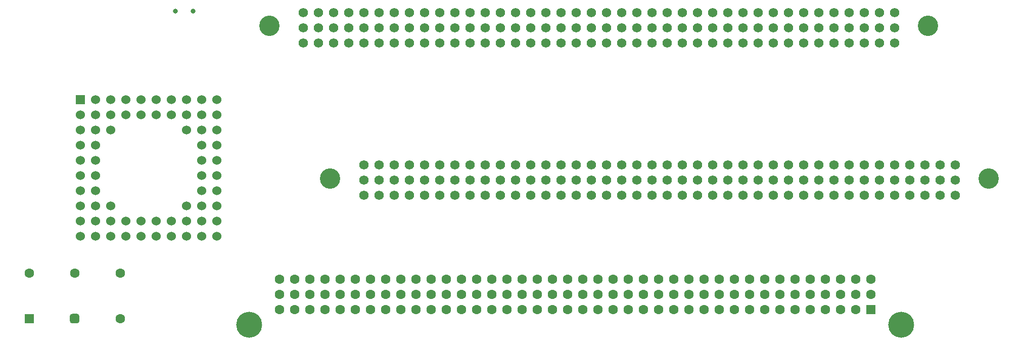
<source format=gbr>
%TF.GenerationSoftware,KiCad,Pcbnew,5.1.9+dfsg1-1~bpo10+1*%
%TF.CreationDate,2024-04-11T15:53:54+02:00*%
%TF.ProjectId,IIsiPDSAdapter,49497369-5044-4534-9164-61707465722e,rev?*%
%TF.SameCoordinates,Original*%
%TF.FileFunction,Soldermask,Bot*%
%TF.FilePolarity,Negative*%
%FSLAX46Y46*%
G04 Gerber Fmt 4.6, Leading zero omitted, Abs format (unit mm)*
G04 Created by KiCad (PCBNEW 5.1.9+dfsg1-1~bpo10+1) date 2024-04-11 15:53:54*
%MOMM*%
%LPD*%
G01*
G04 APERTURE LIST*
%ADD10C,0.800000*%
%ADD11C,3.403600*%
%ADD12C,1.574800*%
%ADD13C,1.600000*%
%ADD14R,1.600000X1.600000*%
%ADD15C,1.524000*%
%ADD16R,1.524000X1.524000*%
%ADD17C,4.335000*%
%ADD18C,1.605000*%
%ADD19R,1.605000X1.605000*%
G04 APERTURE END LIST*
D10*
%TO.C,S1*%
X83500000Y-100000000D03*
X86500000Y-100000000D03*
%TD*%
D11*
%TO.C,J4*%
X219746100Y-128035200D03*
X109433900Y-128035200D03*
D12*
X115060000Y-130880000D03*
X117600000Y-130880000D03*
X120140000Y-130880000D03*
X122680000Y-130880000D03*
X125220000Y-130880000D03*
X127760000Y-130880000D03*
X130300000Y-130880000D03*
X132840000Y-130880000D03*
X135380000Y-130880000D03*
X137920000Y-130880000D03*
X140460000Y-130880000D03*
X143000000Y-130880000D03*
X145540000Y-130880000D03*
X148080000Y-130880000D03*
X150620000Y-130880000D03*
X153160000Y-130880000D03*
X155700000Y-130880000D03*
X158240000Y-130880000D03*
X160780000Y-130880000D03*
X163320000Y-130880000D03*
X165860000Y-130880000D03*
X168400000Y-130880000D03*
X170940000Y-130880000D03*
X173480000Y-130880000D03*
X176020000Y-130880000D03*
X178560000Y-130880000D03*
X181100000Y-130880000D03*
X183640000Y-130880000D03*
X186180000Y-130880000D03*
X188720000Y-130880000D03*
X191260000Y-130880000D03*
X193800000Y-130880000D03*
X196340000Y-130880000D03*
X198880000Y-130880000D03*
X201420000Y-130880000D03*
X203960000Y-130880000D03*
X206500000Y-130880000D03*
X209040000Y-130880000D03*
X211580000Y-130880000D03*
X214120000Y-130880000D03*
X115060000Y-128340000D03*
X117600000Y-128340000D03*
X120140000Y-128340000D03*
X122680000Y-128340000D03*
X125220000Y-128340000D03*
X127760000Y-128340000D03*
X130300000Y-128340000D03*
X132840000Y-128340000D03*
X135380000Y-128340000D03*
X137920000Y-128340000D03*
X140460000Y-128340000D03*
X143000000Y-128340000D03*
X145540000Y-128340000D03*
X148080000Y-128340000D03*
X150620000Y-128340000D03*
X153160000Y-128340000D03*
X155700000Y-128340000D03*
X158240000Y-128340000D03*
X160780000Y-128340000D03*
X163320000Y-128340000D03*
X165860000Y-128340000D03*
X168400000Y-128340000D03*
X170940000Y-128340000D03*
X173480000Y-128340000D03*
X176020000Y-128340000D03*
X178560000Y-128340000D03*
X181100000Y-128340000D03*
X183640000Y-128340000D03*
X186180000Y-128340000D03*
X188720000Y-128340000D03*
X191260000Y-128340000D03*
X193800000Y-128340000D03*
X196340000Y-128340000D03*
X198880000Y-128340000D03*
X201420000Y-128340000D03*
X203960000Y-128340000D03*
X206500000Y-128340000D03*
X209040000Y-128340000D03*
X211580000Y-128340000D03*
X214120000Y-128340000D03*
X115060000Y-125800000D03*
X117600000Y-125800000D03*
X120140000Y-125800000D03*
X122680000Y-125800000D03*
X125220000Y-125800000D03*
X127760000Y-125800000D03*
X130300000Y-125800000D03*
X132840000Y-125800000D03*
X135380000Y-125800000D03*
X137920000Y-125800000D03*
X140460000Y-125800000D03*
X143000000Y-125800000D03*
X145540000Y-125800000D03*
X148080000Y-125800000D03*
X150620000Y-125800000D03*
X153160000Y-125800000D03*
X155700000Y-125800000D03*
X158240000Y-125800000D03*
X160780000Y-125800000D03*
X163320000Y-125800000D03*
X165860000Y-125800000D03*
X168400000Y-125800000D03*
X170940000Y-125800000D03*
X173480000Y-125800000D03*
X176020000Y-125800000D03*
X178560000Y-125800000D03*
X181100000Y-125800000D03*
X183640000Y-125800000D03*
X186180000Y-125800000D03*
X188720000Y-125800000D03*
X191260000Y-125800000D03*
X193800000Y-125800000D03*
X196340000Y-125800000D03*
X198880000Y-125800000D03*
X201420000Y-125800000D03*
X203960000Y-125800000D03*
X206500000Y-125800000D03*
X209040000Y-125800000D03*
X211580000Y-125800000D03*
X214120000Y-125800000D03*
%TD*%
%TO.C,X1*%
G36*
G01*
X65820000Y-151900000D02*
X65820000Y-151100000D01*
G75*
G02*
X66220000Y-150700000I400000J0D01*
G01*
X67020000Y-150700000D01*
G75*
G02*
X67420000Y-151100000I0J-400000D01*
G01*
X67420000Y-151900000D01*
G75*
G02*
X67020000Y-152300000I-400000J0D01*
G01*
X66220000Y-152300000D01*
G75*
G02*
X65820000Y-151900000I0J400000D01*
G01*
G37*
D13*
X66620000Y-143880000D03*
X74240000Y-151500000D03*
X74240000Y-143880000D03*
X59000000Y-143880000D03*
D14*
X59000000Y-151500000D03*
%TD*%
D15*
%TO.C,J2*%
X90430000Y-114820000D03*
X87890000Y-114820000D03*
X85350000Y-114820000D03*
X82810000Y-114820000D03*
X80270000Y-114820000D03*
X77730000Y-114820000D03*
X75190000Y-114820000D03*
X72650000Y-114820000D03*
X70110000Y-114820000D03*
D16*
X67570000Y-114820000D03*
D15*
X90430000Y-117360000D03*
X87890000Y-117360000D03*
X85350000Y-117360000D03*
X82810000Y-117360000D03*
X80270000Y-117360000D03*
X77730000Y-117360000D03*
X75190000Y-117360000D03*
X72650000Y-117360000D03*
X70110000Y-117360000D03*
X67570000Y-117360000D03*
X90430000Y-119900000D03*
X87890000Y-119900000D03*
X85350000Y-119900000D03*
X72650000Y-119900000D03*
X70110000Y-119900000D03*
X67570000Y-119900000D03*
X90430000Y-122440000D03*
X87890000Y-122440000D03*
X70110000Y-122440000D03*
X67570000Y-122440000D03*
X90430000Y-124980000D03*
X87890000Y-124980000D03*
X70110000Y-124980000D03*
X67570000Y-124980000D03*
X90430000Y-127520000D03*
X87890000Y-127520000D03*
X70110000Y-127520000D03*
X67570000Y-127520000D03*
X90430000Y-130060000D03*
X87890000Y-130060000D03*
X70110000Y-130060000D03*
X67570000Y-130060000D03*
X90430000Y-132600000D03*
X87890000Y-132600000D03*
X85350000Y-132600000D03*
X72650000Y-132600000D03*
X70110000Y-132600000D03*
X67570000Y-132600000D03*
X90430000Y-135140000D03*
X87890000Y-135140000D03*
X85350000Y-135140000D03*
X82810000Y-135140000D03*
X80270000Y-135140000D03*
X77730000Y-135140000D03*
X75190000Y-135140000D03*
X72650000Y-135140000D03*
X70110000Y-135140000D03*
X67570000Y-135140000D03*
X90430000Y-137680000D03*
X87890000Y-137680000D03*
X85350000Y-137680000D03*
X82810000Y-137680000D03*
X80270000Y-137680000D03*
X77730000Y-137680000D03*
X75190000Y-137680000D03*
X72650000Y-137680000D03*
X70110000Y-137680000D03*
X67570000Y-137680000D03*
%TD*%
D17*
%TO.C,J1*%
X95860000Y-152540000D03*
X205080000Y-152540000D03*
D18*
X100940000Y-144920000D03*
X103480000Y-144920000D03*
X106020000Y-144920000D03*
X108560000Y-144920000D03*
X111100000Y-144920000D03*
X113640000Y-144920000D03*
X116180000Y-144920000D03*
X118720000Y-144920000D03*
X121260000Y-144920000D03*
X123800000Y-144920000D03*
X126340000Y-144920000D03*
X128880000Y-144920000D03*
X131420000Y-144920000D03*
X133960000Y-144920000D03*
X136500000Y-144920000D03*
X139040000Y-144920000D03*
X141580000Y-144920000D03*
X144120000Y-144920000D03*
X146660000Y-144920000D03*
X149200000Y-144920000D03*
X151740000Y-144920000D03*
X154280000Y-144920000D03*
X156820000Y-144920000D03*
X159360000Y-144920000D03*
X161900000Y-144920000D03*
X164440000Y-144920000D03*
X166980000Y-144920000D03*
X169520000Y-144920000D03*
X172060000Y-144920000D03*
X174600000Y-144920000D03*
X177140000Y-144920000D03*
X179680000Y-144920000D03*
X182220000Y-144920000D03*
X184760000Y-144920000D03*
X187300000Y-144920000D03*
X189840000Y-144920000D03*
X192380000Y-144920000D03*
X194920000Y-144920000D03*
X197460000Y-144920000D03*
X200000000Y-144920000D03*
X100940000Y-147460000D03*
X103480000Y-147460000D03*
X106020000Y-147460000D03*
X108560000Y-147460000D03*
X111100000Y-147460000D03*
X113640000Y-147460000D03*
X116180000Y-147460000D03*
X118720000Y-147460000D03*
X121260000Y-147460000D03*
X123800000Y-147460000D03*
X126340000Y-147460000D03*
X128880000Y-147460000D03*
X131420000Y-147460000D03*
X133960000Y-147460000D03*
X136500000Y-147460000D03*
X139040000Y-147460000D03*
X141580000Y-147460000D03*
X144120000Y-147460000D03*
X146660000Y-147460000D03*
X149200000Y-147460000D03*
X151740000Y-147460000D03*
X154280000Y-147460000D03*
X156820000Y-147460000D03*
X159360000Y-147460000D03*
X161900000Y-147460000D03*
X164440000Y-147460000D03*
X166980000Y-147460000D03*
X169520000Y-147460000D03*
X172060000Y-147460000D03*
X174600000Y-147460000D03*
X177140000Y-147460000D03*
X179680000Y-147460000D03*
X182220000Y-147460000D03*
X184760000Y-147460000D03*
X187300000Y-147460000D03*
X189840000Y-147460000D03*
X192380000Y-147460000D03*
X194920000Y-147460000D03*
X197460000Y-147460000D03*
X200000000Y-147460000D03*
X100940000Y-150000000D03*
X103480000Y-150000000D03*
X106020000Y-150000000D03*
X108560000Y-150000000D03*
X111100000Y-150000000D03*
X113640000Y-150000000D03*
X116180000Y-150000000D03*
X118720000Y-150000000D03*
X121260000Y-150000000D03*
X123800000Y-150000000D03*
X126340000Y-150000000D03*
X128880000Y-150000000D03*
X131420000Y-150000000D03*
X133960000Y-150000000D03*
X136500000Y-150000000D03*
X139040000Y-150000000D03*
X141580000Y-150000000D03*
X144120000Y-150000000D03*
X146660000Y-150000000D03*
X149200000Y-150000000D03*
X151740000Y-150000000D03*
X154280000Y-150000000D03*
X156820000Y-150000000D03*
X159360000Y-150000000D03*
X161900000Y-150000000D03*
X164440000Y-150000000D03*
X166980000Y-150000000D03*
X169520000Y-150000000D03*
X172060000Y-150000000D03*
X174600000Y-150000000D03*
X177140000Y-150000000D03*
X179680000Y-150000000D03*
X182220000Y-150000000D03*
X184760000Y-150000000D03*
X187300000Y-150000000D03*
X189840000Y-150000000D03*
X192380000Y-150000000D03*
X194920000Y-150000000D03*
X197460000Y-150000000D03*
D19*
X200000000Y-150000000D03*
%TD*%
D11*
%TO.C,J3*%
X209576100Y-102535200D03*
X99263900Y-102535200D03*
D12*
X104890000Y-105380000D03*
X107430000Y-105380000D03*
X109970000Y-105380000D03*
X112510000Y-105380000D03*
X115050000Y-105380000D03*
X117590000Y-105380000D03*
X120130000Y-105380000D03*
X122670000Y-105380000D03*
X125210000Y-105380000D03*
X127750000Y-105380000D03*
X130290000Y-105380000D03*
X132830000Y-105380000D03*
X135370000Y-105380000D03*
X137910000Y-105380000D03*
X140450000Y-105380000D03*
X142990000Y-105380000D03*
X145530000Y-105380000D03*
X148070000Y-105380000D03*
X150610000Y-105380000D03*
X153150000Y-105380000D03*
X155690000Y-105380000D03*
X158230000Y-105380000D03*
X160770000Y-105380000D03*
X163310000Y-105380000D03*
X165850000Y-105380000D03*
X168390000Y-105380000D03*
X170930000Y-105380000D03*
X173470000Y-105380000D03*
X176010000Y-105380000D03*
X178550000Y-105380000D03*
X181090000Y-105380000D03*
X183630000Y-105380000D03*
X186170000Y-105380000D03*
X188710000Y-105380000D03*
X191250000Y-105380000D03*
X193790000Y-105380000D03*
X196330000Y-105380000D03*
X198870000Y-105380000D03*
X201410000Y-105380000D03*
X203950000Y-105380000D03*
X104890000Y-102840000D03*
X107430000Y-102840000D03*
X109970000Y-102840000D03*
X112510000Y-102840000D03*
X115050000Y-102840000D03*
X117590000Y-102840000D03*
X120130000Y-102840000D03*
X122670000Y-102840000D03*
X125210000Y-102840000D03*
X127750000Y-102840000D03*
X130290000Y-102840000D03*
X132830000Y-102840000D03*
X135370000Y-102840000D03*
X137910000Y-102840000D03*
X140450000Y-102840000D03*
X142990000Y-102840000D03*
X145530000Y-102840000D03*
X148070000Y-102840000D03*
X150610000Y-102840000D03*
X153150000Y-102840000D03*
X155690000Y-102840000D03*
X158230000Y-102840000D03*
X160770000Y-102840000D03*
X163310000Y-102840000D03*
X165850000Y-102840000D03*
X168390000Y-102840000D03*
X170930000Y-102840000D03*
X173470000Y-102840000D03*
X176010000Y-102840000D03*
X178550000Y-102840000D03*
X181090000Y-102840000D03*
X183630000Y-102840000D03*
X186170000Y-102840000D03*
X188710000Y-102840000D03*
X191250000Y-102840000D03*
X193790000Y-102840000D03*
X196330000Y-102840000D03*
X198870000Y-102840000D03*
X201410000Y-102840000D03*
X203950000Y-102840000D03*
X104890000Y-100300000D03*
X107430000Y-100300000D03*
X109970000Y-100300000D03*
X112510000Y-100300000D03*
X115050000Y-100300000D03*
X117590000Y-100300000D03*
X120130000Y-100300000D03*
X122670000Y-100300000D03*
X125210000Y-100300000D03*
X127750000Y-100300000D03*
X130290000Y-100300000D03*
X132830000Y-100300000D03*
X135370000Y-100300000D03*
X137910000Y-100300000D03*
X140450000Y-100300000D03*
X142990000Y-100300000D03*
X145530000Y-100300000D03*
X148070000Y-100300000D03*
X150610000Y-100300000D03*
X153150000Y-100300000D03*
X155690000Y-100300000D03*
X158230000Y-100300000D03*
X160770000Y-100300000D03*
X163310000Y-100300000D03*
X165850000Y-100300000D03*
X168390000Y-100300000D03*
X170930000Y-100300000D03*
X173470000Y-100300000D03*
X176010000Y-100300000D03*
X178550000Y-100300000D03*
X181090000Y-100300000D03*
X183630000Y-100300000D03*
X186170000Y-100300000D03*
X188710000Y-100300000D03*
X191250000Y-100300000D03*
X193790000Y-100300000D03*
X196330000Y-100300000D03*
X198870000Y-100300000D03*
X201410000Y-100300000D03*
X203950000Y-100300000D03*
%TD*%
M02*

</source>
